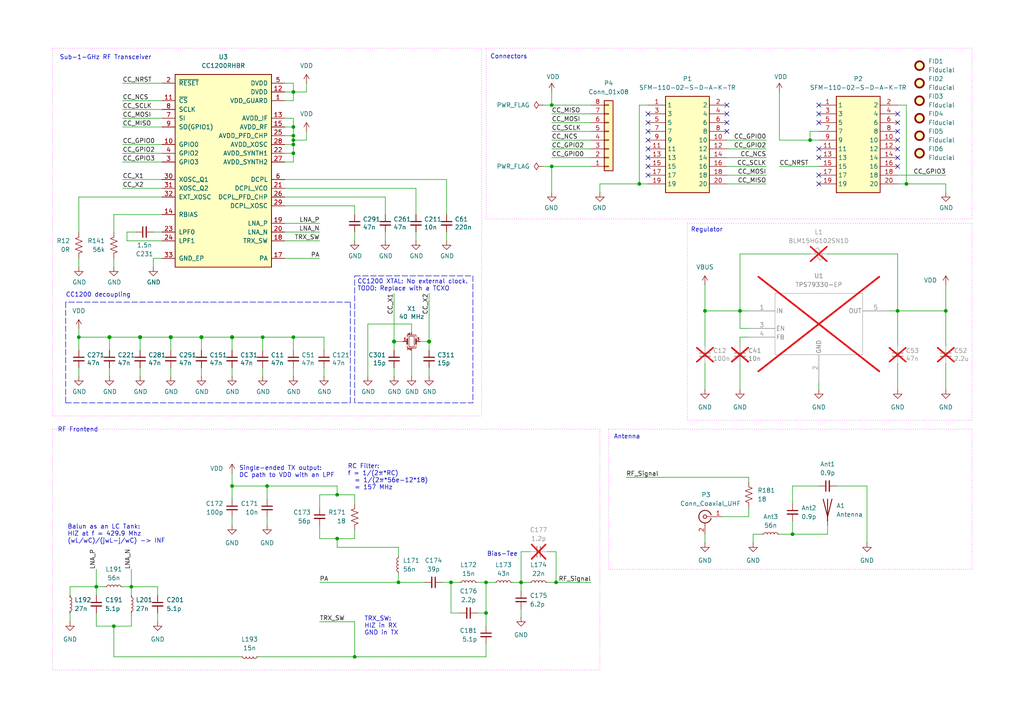
<source format=kicad_sch>
(kicad_sch (version 20250114) (generator "eeschema") (generator_version "9.0")
  (paper "A4")
  (rectangle (start 15.24 124.46) (end 173.99 194.31) (stroke (width 0) (type dot) (color 255 0 255 1)))
  (rectangle (start 176.53 124.46) (end 281.94 165.1) (stroke (width 0) (type dot) (color 255 0 255 1)))
  (rectangle (start 15.24 13.97) (end 139.7 120.65) (stroke (width 0) (type dot) (color 255 0 255 1)))
  (rectangle (start 140.97 13.97) (end 281.94 63.5) (stroke (width 0) (type dot) (color 255 0 255 1)))
  (rectangle (start 102.87 80.01) (end 137.16 116.84) (stroke (width 0) (type dash)))
  (text "Bias-Tee" (at 141.224 160.782 0) (effects (font (size 1.27 1.27)) (justify left)))
  (text "Balun as an LC Tank:\nHIZ at f = 429.9 Mhz\n(wL/wC)/(jwL-j/wC) -> INF" (at 19.558 154.94 0) (effects (font (size 1.27 1.27)) (justify left)))
  (text "RC Filter:\nf = 1/(2π*RC)\n  = 1/(2π*56e-12*18)\n  = 157 MHz" (at 100.838 134.62 0) (effects (font (size 1.27 1.27)) (justify left top)))
  (text "RF Frontend" (at 22.606 124.714 0) (effects (font (size 1.27 1.27))))
  (text "Connectors" (at 147.574 16.51 0) (effects (font (size 1.27 1.27))))
  (text "Sub-1-GHz RF Transceiver" (at 17.272 16.002 0) (effects (font (size 1.27 1.27)) (justify left top)))
  (text "CC1200 XTAL: No external clock.\nTODO: Replace with a TCXO\n" (at 103.632 81.026 0) (effects (font (size 1.27 1.27)) (justify left top)))
  (text "Single-ended TX output:\nDC path to VDD with an LPF" (at 69.342 136.906 0) (effects (font (size 1.27 1.27)) (justify left)))
  (text "CC1200 decoupling" (at 19.05 86.36 0) (effects (font (size 1.27 1.27)) (justify left bottom)))
  (text "TRX_SW:\nHIZ in RX\nGND in TX" (at 105.664 178.816 0) (effects (font (size 1.27 1.27)) (justify left top)))
  (text "Antenna" (at 181.864 126.746 0) (effects (font (size 1.27 1.27))))
  (text_box "Regulator" (at 199.39 64.77 0) (size 82.55 57.15) (margins 0.9525 0.9525 0.9525 0.9525) (stroke (width 0) (type dot) (color 255 0 255 1)) (effects (font (size 1.27 1.27)) (justify left top)))
  (junction (at 161.29 168.91))
  (junction (at 76.2 97.79))
  (junction (at 140.97 168.91))
  (junction (at 262.89 53.34))
  (junction (at 77.47 140.97))
  (junction (at 31.75 97.79) (diameter 1.016))
  (junction (at 22.86 97.79))
  (junction (at 160.02 48.26))
  (junction (at 115.57 168.91))
  (junction (at 124.46 99.06) (diameter 1.016))
  (junction (at 151.13 168.91))
  (junction (at 85.09 36.83))
  (junction (at 97.79 156.21))
  (junction (at 33.02 181.61))
  (junction (at 204.47 90.17))
  (junction (at 40.64 97.79) (diameter 1.016))
  (junction (at 97.79 143.51))
  (junction (at 85.09 26.67))
  (junction (at 67.31 97.79) (diameter 1.016))
  (junction (at 185.42 53.34))
  (junction (at 114.3 99.06) (diameter 1.016))
  (junction (at 85.09 40.64))
  (junction (at 49.53 97.79) (diameter 1.016))
  (junction (at 130.81 168.91))
  (junction (at 234.95 40.64))
  (junction (at 85.09 39.37))
  (junction (at 27.94 170.18))
  (junction (at 160.02 30.48))
  (junction (at 85.09 44.45))
  (junction (at 85.09 97.79))
  (junction (at 67.31 140.97))
  (junction (at 274.32 90.17))
  (junction (at 38.1 170.18))
  (junction (at 85.09 41.91))
  (junction (at 260.35 90.17))
  (junction (at 229.87 154.94))
  (junction (at 102.87 190.5))
  (junction (at 140.97 177.8))
  (junction (at 214.63 90.17))
  (junction (at 58.42 97.79) (diameter 1.016))
  (no_connect (at 237.49 45.72))
  (no_connect (at 187.96 38.1))
  (no_connect (at 187.96 50.8))
  (no_connect (at 260.35 40.64))
  (no_connect (at 237.49 50.8))
  (no_connect (at 237.49 43.18))
  (no_connect (at 237.49 33.02))
  (no_connect (at 210.82 35.56))
  (no_connect (at 237.49 30.48))
  (no_connect (at 187.96 45.72))
  (no_connect (at 210.82 30.48))
  (no_connect (at 260.35 35.56))
  (no_connect (at 210.82 33.02))
  (no_connect (at 187.96 40.64))
  (no_connect (at 187.96 43.18))
  (no_connect (at 260.35 38.1))
  (no_connect (at 260.35 33.02))
  (no_connect (at 260.35 45.72))
  (no_connect (at 260.35 43.18))
  (no_connect (at 187.96 35.56))
  (no_connect (at 260.35 48.26))
  (no_connect (at 187.96 33.02))
  (no_connect (at 237.49 53.34))
  (no_connect (at 237.49 35.56))
  (no_connect (at 210.82 38.1))
  (no_connect (at 187.96 48.26))
  (wire (pts (xy 222.25 43.18) (xy 210.82 43.18)))
  (wire (pts (xy 130.81 168.91) (xy 133.35 168.91)))
  (wire (pts (xy 114.3 101.6) (xy 114.3 99.06)))
  (wire (pts (xy 33.02 74.93) (xy 33.02 77.47)))
  (wire (pts (xy 218.44 154.94) (xy 220.98 154.94)))
  (wire (pts (xy 38.1 170.18) (xy 38.1 172.72)))
  (wire (pts (xy 260.35 105.41) (xy 260.35 113.03)))
  (wire (pts (xy 114.3 106.68) (xy 114.3 109.22)))
  (wire (pts (xy 45.72 177.8) (xy 45.72 180.34)))
  (wire (pts (xy 160.02 38.1) (xy 171.45 38.1)))
  (polyline (pts (xy 19.05 116.84) (xy 101.6 116.84)) (stroke (width 0) (type dash)))
  (wire (pts (xy 217.17 95.25) (xy 214.63 95.25)))
  (wire (pts (xy 237.49 140.97) (xy 229.87 140.97)))
  (wire (pts (xy 31.75 97.79) (xy 40.64 97.79)))
  (wire (pts (xy 74.93 190.5) (xy 102.87 190.5)))
  (wire (pts (xy 88.9 24.13) (xy 88.9 26.67)))
  (wire (pts (xy 161.29 160.02) (xy 161.29 168.91)))
  (wire (pts (xy 31.75 106.68) (xy 31.75 109.22)))
  (wire (pts (xy 114.3 99.06) (xy 116.84 99.06)))
  (wire (pts (xy 129.54 69.85) (xy 129.54 67.31)))
  (wire (pts (xy 45.72 172.72) (xy 45.72 170.18)))
  (wire (pts (xy 237.49 110.49) (xy 237.49 113.03)))
  (wire (pts (xy 44.45 77.47) (xy 44.45 74.93)))
  (wire (pts (xy 185.42 53.34) (xy 187.96 53.34)))
  (wire (pts (xy 85.09 40.64) (xy 85.09 41.91)))
  (wire (pts (xy 85.09 34.29) (xy 85.09 36.83)))
  (wire (pts (xy 229.87 151.13) (xy 229.87 154.94)))
  (wire (pts (xy 151.13 168.91) (xy 153.67 168.91)))
  (wire (pts (xy 171.45 45.72) (xy 160.02 45.72)))
  (wire (pts (xy 22.86 57.15) (xy 22.86 67.31)))
  (wire (pts (xy 262.89 30.48) (xy 262.89 53.34)))
  (wire (pts (xy 93.98 106.68) (xy 93.98 109.22)))
  (wire (pts (xy 214.63 73.66) (xy 234.95 73.66)))
  (wire (pts (xy 49.53 97.79) (xy 58.42 97.79)))
  (wire (pts (xy 82.55 46.99) (xy 85.09 46.99)))
  (wire (pts (xy 82.55 57.15) (xy 111.76 57.15)))
  (wire (pts (xy 274.32 105.41) (xy 274.32 113.03)))
  (wire (pts (xy 35.56 46.99) (xy 46.99 46.99)))
  (wire (pts (xy 20.32 172.72) (xy 20.32 170.18)))
  (wire (pts (xy 114.3 85.09) (xy 114.3 99.06)))
  (wire (pts (xy 185.42 30.48) (xy 185.42 53.34)))
  (wire (pts (xy 82.55 54.61) (xy 120.65 54.61)))
  (wire (pts (xy 33.02 181.61) (xy 38.1 181.61)))
  (wire (pts (xy 77.47 140.97) (xy 97.79 140.97)))
  (wire (pts (xy 119.38 96.52) (xy 119.38 93.98)))
  (wire (pts (xy 85.09 24.13) (xy 82.55 24.13)))
  (wire (pts (xy 85.09 41.91) (xy 85.09 44.45)))
  (wire (pts (xy 181.61 138.43) (xy 217.17 138.43)))
  (wire (pts (xy 22.86 57.15) (xy 46.99 57.15)))
  (wire (pts (xy 85.09 40.64) (xy 85.09 39.37)))
  (wire (pts (xy 173.99 55.88) (xy 173.99 53.34)))
  (wire (pts (xy 204.47 90.17) (xy 214.63 90.17)))
  (wire (pts (xy 229.87 140.97) (xy 229.87 146.05)))
  (wire (pts (xy 85.09 26.67) (xy 88.9 26.67)))
  (wire (pts (xy 274.32 50.8) (xy 260.35 50.8)))
  (wire (pts (xy 260.35 90.17) (xy 257.81 90.17)))
  (wire (pts (xy 46.99 29.21) (xy 35.56 29.21)))
  (polyline (pts (xy 101.6 87.63) (xy 19.05 87.63)) (stroke (width 0) (type dash)))
  (wire (pts (xy 77.47 140.97) (xy 67.31 140.97)))
  (wire (pts (xy 210.82 53.34) (xy 222.25 53.34)))
  (wire (pts (xy 158.75 160.02) (xy 161.29 160.02)))
  (wire (pts (xy 85.09 24.13) (xy 85.09 26.67)))
  (wire (pts (xy 33.02 67.31) (xy 33.02 62.23)))
  (wire (pts (xy 133.35 177.8) (xy 130.81 177.8)))
  (wire (pts (xy 40.64 106.68) (xy 40.64 109.22)))
  (wire (pts (xy 185.42 30.48) (xy 187.96 30.48)))
  (wire (pts (xy 153.67 160.02) (xy 151.13 160.02)))
  (wire (pts (xy 214.63 105.41) (xy 214.63 113.03)))
  (wire (pts (xy 262.89 53.34) (xy 260.35 53.34)))
  (wire (pts (xy 97.79 143.51) (xy 92.71 143.51)))
  (wire (pts (xy 124.46 99.06) (xy 124.46 101.6)))
  (wire (pts (xy 274.32 90.17) (xy 260.35 90.17)))
  (wire (pts (xy 35.56 34.29) (xy 46.99 34.29)))
  (wire (pts (xy 234.95 38.1) (xy 237.49 38.1)))
  (wire (pts (xy 115.57 166.37) (xy 115.57 168.91)))
  (wire (pts (xy 49.53 97.79) (xy 49.53 101.6)))
  (wire (pts (xy 226.06 48.26) (xy 237.49 48.26)))
  (wire (pts (xy 222.25 50.8) (xy 210.82 50.8)))
  (wire (pts (xy 22.86 95.25) (xy 22.86 97.79)))
  (wire (pts (xy 260.35 73.66) (xy 260.35 90.17)))
  (wire (pts (xy 260.35 90.17) (xy 260.35 100.33)))
  (wire (pts (xy 85.09 29.21) (xy 82.55 29.21)))
  (wire (pts (xy 44.45 74.93) (xy 46.99 74.93)))
  (wire (pts (xy 274.32 82.55) (xy 274.32 90.17)))
  (wire (pts (xy 102.87 143.51) (xy 102.87 146.05)))
  (wire (pts (xy 35.56 44.45) (xy 46.99 44.45)))
  (wire (pts (xy 82.55 36.83) (xy 85.09 36.83)))
  (wire (pts (xy 121.92 99.06) (xy 124.46 99.06)))
  (wire (pts (xy 229.87 154.94) (xy 226.06 154.94)))
  (wire (pts (xy 214.63 95.25) (xy 214.63 90.17)))
  (wire (pts (xy 106.68 93.98) (xy 106.68 109.22)))
  (wire (pts (xy 85.09 44.45) (xy 85.09 46.99)))
  (wire (pts (xy 85.09 106.68) (xy 85.09 109.22)))
  (wire (pts (xy 77.47 152.4) (xy 77.47 149.86)))
  (wire (pts (xy 85.09 97.79) (xy 85.09 101.6)))
  (wire (pts (xy 67.31 97.79) (xy 67.31 101.6)))
  (wire (pts (xy 58.42 97.79) (xy 58.42 101.6)))
  (wire (pts (xy 27.94 181.61) (xy 33.02 181.61)))
  (wire (pts (xy 240.03 154.94) (xy 229.87 154.94)))
  (wire (pts (xy 27.94 177.8) (xy 27.94 181.61)))
  (wire (pts (xy 262.89 53.34) (xy 274.32 53.34)))
  (wire (pts (xy 82.55 52.07) (xy 129.54 52.07)))
  (wire (pts (xy 140.97 190.5) (xy 140.97 186.69)))
  (wire (pts (xy 115.57 158.75) (xy 115.57 161.29)))
  (wire (pts (xy 44.45 67.31) (xy 46.99 67.31)))
  (wire (pts (xy 217.17 97.79) (xy 214.63 97.79)))
  (wire (pts (xy 38.1 177.8) (xy 38.1 181.61)))
  (wire (pts (xy 46.99 36.83) (xy 35.56 36.83)))
  (polyline (pts (xy 101.6 116.84) (xy 101.6 87.63)) (stroke (width 0) (type dash)))
  (wire (pts (xy 85.09 36.83) (xy 85.09 39.37)))
  (wire (pts (xy 76.2 97.79) (xy 76.2 101.6)))
  (wire (pts (xy 33.02 190.5) (xy 33.02 181.61)))
  (wire (pts (xy 204.47 82.55) (xy 204.47 90.17)))
  (wire (pts (xy 161.29 168.91) (xy 171.45 168.91)))
  (wire (pts (xy 237.49 40.64) (xy 234.95 40.64)))
  (wire (pts (xy 226.06 26.67) (xy 226.06 40.64)))
  (wire (pts (xy 158.75 168.91) (xy 161.29 168.91)))
  (wire (pts (xy 102.87 180.34) (xy 102.87 190.5)))
  (wire (pts (xy 46.99 69.85) (xy 36.83 69.85)))
  (wire (pts (xy 67.31 106.68) (xy 67.31 109.22)))
  (wire (pts (xy 35.56 31.75) (xy 46.99 31.75)))
  (wire (pts (xy 92.71 156.21) (xy 97.79 156.21)))
  (wire (pts (xy 140.97 168.91) (xy 138.43 168.91)))
  (wire (pts (xy 124.46 106.68) (xy 124.46 109.22)))
  (wire (pts (xy 35.56 24.13) (xy 46.99 24.13)))
  (wire (pts (xy 27.94 172.72) (xy 27.94 170.18)))
  (wire (pts (xy 35.56 170.18) (xy 38.1 170.18)))
  (wire (pts (xy 210.82 45.72) (xy 222.25 45.72)))
  (wire (pts (xy 251.46 140.97) (xy 242.57 140.97)))
  (wire (pts (xy 128.27 168.91) (xy 130.81 168.91)))
  (wire (pts (xy 88.9 40.64) (xy 88.9 38.1)))
  (wire (pts (xy 240.03 154.94) (xy 240.03 152.4)))
  (wire (pts (xy 40.64 97.79) (xy 49.53 97.79)))
  (wire (pts (xy 85.09 97.79) (xy 76.2 97.79)))
  (wire (pts (xy 151.13 168.91) (xy 151.13 171.45)))
  (wire (pts (xy 151.13 176.53) (xy 151.13 179.07)))
  (wire (pts (xy 102.87 143.51) (xy 97.79 143.51)))
  (wire (pts (xy 92.71 74.93) (xy 82.55 74.93)))
  (wire (pts (xy 217.17 90.17) (xy 214.63 90.17)))
  (wire (pts (xy 160.02 35.56) (xy 171.45 35.56)))
  (wire (pts (xy 274.32 55.88) (xy 274.32 53.34)))
  (wire (pts (xy 97.79 158.75) (xy 115.57 158.75)))
  (wire (pts (xy 157.48 30.48) (xy 160.02 30.48)))
  (wire (pts (xy 22.86 74.93) (xy 22.86 77.47)))
  (wire (pts (xy 148.59 168.91) (xy 151.13 168.91)))
  (wire (pts (xy 217.17 149.86) (xy 209.55 149.86)))
  (wire (pts (xy 93.98 97.79) (xy 85.09 97.79)))
  (wire (pts (xy 160.02 55.88) (xy 160.02 48.26)))
  (wire (pts (xy 119.38 93.98) (xy 106.68 93.98)))
  (wire (pts (xy 157.48 48.26) (xy 160.02 48.26)))
  (wire (pts (xy 251.46 157.48) (xy 251.46 140.97)))
  (wire (pts (xy 92.71 168.91) (xy 115.57 168.91)))
  (wire (pts (xy 262.89 30.48) (xy 260.35 30.48)))
  (wire (pts (xy 111.76 57.15) (xy 111.76 62.23)))
  (wire (pts (xy 92.71 180.34) (xy 102.87 180.34)))
  (wire (pts (xy 35.56 54.61) (xy 46.99 54.61)))
  (wire (pts (xy 38.1 165.1) (xy 38.1 170.18)))
  (wire (pts (xy 33.02 62.23) (xy 46.99 62.23)))
  (wire (pts (xy 218.44 157.48) (xy 218.44 154.94)))
  (wire (pts (xy 35.56 52.07) (xy 46.99 52.07)))
  (wire (pts (xy 124.46 85.09) (xy 124.46 99.06)))
  (wire (pts (xy 102.87 67.31) (xy 102.87 69.85)))
  (wire (pts (xy 160.02 43.18) (xy 171.45 43.18)))
  (wire (pts (xy 97.79 156.21) (xy 102.87 156.21)))
  (wire (pts (xy 20.32 177.8) (xy 20.32 180.34)))
  (wire (pts (xy 67.31 152.4) (xy 67.31 149.86)))
  (wire (pts (xy 120.65 62.23) (xy 120.65 54.61)))
  (wire (pts (xy 214.63 90.17) (xy 214.63 73.66)))
  (wire (pts (xy 102.87 59.69) (xy 102.87 62.23)))
  (wire (pts (xy 217.17 138.43) (xy 217.17 139.7)))
  (wire (pts (xy 82.55 67.31) (xy 92.71 67.31)))
  (wire (pts (xy 171.45 33.02) (xy 160.02 33.02)))
  (wire (pts (xy 119.38 101.6) (xy 119.38 109.22)))
  (wire (pts (xy 97.79 140.97) (xy 97.79 143.51)))
  (wire (pts (xy 67.31 140.97) (xy 67.31 144.78)))
  (wire (pts (xy 67.31 137.16) (xy 67.31 140.97)))
  (wire (pts (xy 36.83 69.85) (xy 36.83 67.31)))
  (wire (pts (xy 222.25 48.26) (xy 210.82 48.26)))
  (wire (pts (xy 204.47 105.41) (xy 204.47 113.03)))
  (wire (pts (xy 82.55 59.69) (xy 102.87 59.69)))
  (wire (pts (xy 138.43 177.8) (xy 140.97 177.8)))
  (wire (pts (xy 120.65 69.85) (xy 120.65 67.31)))
  (wire (pts (xy 226.06 40.64) (xy 234.95 40.64)))
  (wire (pts (xy 49.53 106.68) (xy 49.53 109.22)))
  (wire (pts (xy 93.98 101.6) (xy 93.98 97.79)))
  (wire (pts (xy 129.54 52.07) (xy 129.54 62.23)))
  (wire (pts (xy 143.51 168.91) (xy 140.97 168.91)))
  (wire (pts (xy 204.47 100.33) (xy 204.47 90.17)))
  (wire (pts (xy 217.17 147.32) (xy 217.17 149.86)))
  (wire (pts (xy 102.87 190.5) (xy 140.97 190.5)))
  (wire (pts (xy 111.76 67.31) (xy 111.76 69.85)))
  (wire (pts (xy 92.71 143.51) (xy 92.71 147.32)))
  (wire (pts (xy 210.82 40.64) (xy 222.25 40.64)))
  (wire (pts (xy 85.09 26.67) (xy 85.09 29.21)))
  (wire (pts (xy 22.86 97.79) (xy 31.75 97.79)))
  (wire (pts (xy 92.71 152.4) (xy 92.71 156.21)))
  (wire (pts (xy 69.85 190.5) (xy 33.02 190.5)))
  (wire (pts (xy 38.1 170.18) (xy 45.72 170.18)))
  (wire (pts (xy 82.55 64.77) (xy 92.71 64.77)))
  (wire (pts (xy 115.57 168.91) (xy 123.19 168.91)))
  (wire (pts (xy 20.32 170.18) (xy 27.94 170.18)))
  (wire (pts (xy 85.09 26.67) (xy 82.55 26.67)))
  (wire (pts (xy 140.97 177.8) (xy 140.97 181.61)))
  (wire (pts (xy 22.86 101.6) (xy 22.86 97.79)))
  (wire (pts (xy 234.95 38.1) (xy 234.95 40.64)))
  (wire (pts (xy 22.86 106.68) (xy 22.86 109.22)))
  (wire (pts (xy 160.02 26.67) (xy 160.02 30.48)))
  (wire (pts (xy 58.42 97.79) (xy 67.31 97.79)))
  (wire (pts (xy 130.81 177.8) (xy 130.81 168.91)))
  (wire (pts (xy 240.03 73.66) (xy 260.35 73.66)))
  (wire (pts (xy 97.79 158.75) (xy 97.79 156.21)))
  (wire (pts (xy 185.42 53.34) (xy 173.99 53.34)))
  (wire (pts (xy 102.87 153.67) (xy 102.87 156.21)))
  (wire (pts (xy 274.32 100.33) (xy 274.32 90.17)))
  (wire (pts (xy 58.42 106.68) (xy 58.42 109.22)))
  (wire (pts (xy 160.02 30.48) (xy 171.45 30.48)))
  (wire (pts (xy 77.47 144.78) (xy 77.47 140.97)))
  (wire (pts (xy 31.75 97.79) (xy 31.75 101.6)))
  (wire (pts (xy 85.09 40.64) (xy 88.9 40.64)))
  (wire (pts (xy 40.64 97.79) (xy 40.64 101.6)))
  (wire (pts (xy 214.63 97.79) (xy 214.63 100.33)))
  (wire (pts (xy 140.97 168.91) (xy 140.97 177.8)))
  (wire (pts (xy 82.55 34.29) (xy 85.09 34.29)))
  (wire (pts (xy 82.55 69.85) (xy 92.71 69.85)))
  (wire (pts (xy 27.94 170.18) (xy 30.48 170.18)))
  (wire (pts (xy 67.31 97.79) (xy 76.2 97.79)))
  (wire (pts (xy 46.99 41.91) (xy 35.56 41.91)))
  (wire (pts (xy 171.45 40.64) (xy 160.02 40.64)))
  (wire (pts (xy 204.47 154.94) (xy 204.47 157.48)))
  (wire (pts (xy 160.02 48.26) (xy 171.45 48.26)))
  (wire (pts (xy 76.2 106.68) (xy 76.2 109.22)))
  (polyline (pts (xy 19.05 87.63) (xy 19.05 116.84)) (stroke (width 0) (type dash)))
  (wire (pts (xy 82.55 41.91) (xy 85.09 41.91)))
  (wire (pts (xy 82.55 44.45) (xy 85.09 44.45)))
  (wire (pts (xy 82.55 39.37) (xy 85.09 39.37)))
  (wire (pts (xy 27.94 165.1) (xy 27.94 170.18)))
  (wire (pts (xy 36.83 67.31) (xy 39.37 67.31)))
  (wire (pts (xy 151.13 160.02) (xy 151.13 168.91)))
  (label "CC_MOSI" (at 160.02 35.56 0))
  (label "TRX_SW" (at 92.71 69.85 180))
  (label "CC_X1" (at 35.56 52.07 0))
  (label "LNA_P" (at 92.71 64.77 180))
  (label "PA" (at 92.71 168.91 0))
  (label "CC_NCS" (at 160.02 40.64 0))
  (label "RF_Signal" (at 181.61 138.43 0))
  (label "CC_MOSI" (at 222.25 50.8 180))
  (label "CC_SCLK" (at 35.56 31.75 0))
  (label "CC_MISO" (at 35.56 36.83 0))
  (label "CC_GPIO2" (at 222.25 43.18 180))
  (label "CC_GPIO0" (at 222.25 40.64 180))
  (label "CC_GPIO2" (at 160.02 43.18 0))
  (label "CC_X1" (at 114.3 85.09 270))
  (label "CC_SCLK" (at 222.25 48.26 180))
  (label "CC_GPIO3" (at 274.32 50.8 180))
  (label "CC_NRST" (at 35.56 24.13 0))
  (label "LNA_N" (at 38.1 165.1 90))
  (label "CC_NCS" (at 222.25 45.72 180))
  (label "LNA_N" (at 92.71 67.31 180))
  (label "CC_SCLK" (at 160.02 38.1 0))
  (label "CC_NRST" (at 226.06 48.26 0))
  (label "CC_GPIO0" (at 160.02 45.72 0))
  (label "CC_GPIO3" (at 35.56 46.99 0))
  (label "LNA_P" (at 27.94 165.1 90))
  (label "CC_MOSI" (at 35.56 34.29 0))
  (label "PA" (at 92.71 74.93 180))
  (label "CC_X2" (at 35.56 54.61 0))
  (label "CC_MISO" (at 222.25 53.34 180))
  (label "CC_GPIO2" (at 35.56 44.45 0))
  (label "CC_NCS" (at 35.56 29.21 0))
  (label "RF_Signal" (at 171.45 168.91 180))
  (label "TRX_SW" (at 92.71 180.34 0))
  (label "CC_X2" (at 124.46 85.09 270))
  (label "CC_GPIO0" (at 35.56 41.91 0))
  (label "CC_MISO" (at 160.02 33.02 0))
  (symbol (lib_name "GND_11") (lib_id "power:GND") (at 58.42 109.22 0) (unit 1)
    (property "Reference" "#PWR016" (effects (hide yes)))
    (property "Value" "GND" (at 58.547 113.6142 0))
    (property "Description" "Power symbol creates a global label with name \"GND\" , ground" (effects (hide yes)))
  )
  (symbol (lib_id "Device:C_Small") (at 125.73 168.91 270) (unit 1)
    (property "Reference" "C174" (at 125.7236 162.56 90))
    (property "Value" "39p" (at 125.7236 165.1 90))
    (property "Footprint" "Capacitor_SMD:C_0402_1005Metric" (effects (hide yes)))
    (property "Description" "Unpolarized capacitor, small symbol" (effects (hide yes)))
  )
  (symbol (lib_name "GND_2") (lib_id "power:GND") (at 124.46 109.22 0) (unit 1)
    (property "Reference" "#PWR04" (effects (hide yes)))
    (property "Value" "GND" (at 124.587 113.6142 0))
    (property "Description" "Power symbol creates a global label with name \"GND\" , ground" (effects (hide yes)))
  )
  (symbol (lib_id "Device:L_Small") (at 146.05 168.91 90) (unit 1)
    (property "Reference" "L173" (at 146.05 163.83 90))
    (property "Value" "43n" (at 146.05 166.37 90))
    (property "Footprint" "Inductor_SMD:L_0402_1005Metric" (effects (hide yes)))
  )
  (symbol (lib_id "Device:L_Small") (at 20.32 175.26 0) (unit 1)
    (property "Reference" "L192" (at 21.59 173.9899 0) (effects (justify left)))
    (property "Value" "27n" (at 21.59 176.5299 0) (effects (justify left)))
    (property "Footprint" "Inductor_SMD:L_0402_1005Metric" (effects (hide yes)))
  )
  (symbol (lib_id "Device:C_Small") (at 156.21 160.02 90) (unit 1) (dnp yes)
    (property "Reference" "C177" (at 156.2163 153.67 90))
    (property "Value" "1.2p" (at 156.2163 156.21 90))
    (property "Footprint" "Capacitor_SMD:C_0402_1005Metric" (effects (hide yes)))
    (property "Description" "Unpolarized capacitor, small symbol" (effects (hide yes)))
  )
  (symbol (lib_id "Mechanical:Fiducial") (at 266.7 29.21 0) (unit 1) (exclude_from_sim yes) (in_bom no)
    (property "Reference" "FID3" (at 269.24 27.9399 0) (effects (justify left)))
    (property "Value" "Fiducial" (at 269.24 30.4799 0) (effects (justify left)))
    (property "Footprint" "Fiducial:Fiducial_1.5mm_Mask3mm" (effects (hide yes)))
    (property "Description" "Fiducial Marker" (effects (hide yes)))
  )
  (symbol (lib_name "GND_4") (lib_id "power:GND") (at 151.13 179.07 0) (unit 1)
    (property "Reference" "#PWR027" (effects (hide yes)))
    (property "Value" "GND" (at 151.13 184.15 0))
    (property "Description" "Power symbol creates a global label with name \"GND\" , ground" (effects (hide yes)))
  )
  (symbol (lib_id "Device:Crystal_GND24_Small") (at 119.38 99.06 0) (unit 1)
    (property "Reference" "X1" (at 119.38 89.535 0))
    (property "Value" "40 MHz" (at 119.38 91.8464 0))
    (property "Footprint" "Crystal:Crystal_SMD_3225-4Pin_3.2x2.5mm" (effects (hide yes)))
  )
  (symbol (lib_id "Mechanical:Fiducial") (at 266.7 34.29 0) (unit 1) (exclude_from_sim yes) (in_bom no)
    (property "Reference" "FID4" (at 269.24 33.0199 0) (effects (justify left)))
    (property "Value" "Fiducial" (at 269.24 35.5599 0) (effects (justify left)))
    (property "Footprint" "Fiducial:Fiducial_1.5mm_Mask3mm" (effects (hide yes)))
    (property "Description" "Fiducial Marker" (effects (hide yes)))
  )
  (symbol (lib_name "GND_8") (lib_id "power:GND") (at 22.86 109.22 0) (unit 1)
    (property "Reference" "#PWR010" (effects (hide yes)))
    (property "Value" "GND" (at 22.987 113.6142 0))
    (property "Description" "Power symbol creates a global label with name \"GND\" , ground" (effects (hide yes)))
  )
  (symbol (lib_id "power:VCC") (at 160.02 26.67 0) (unit 1)
    (property "Reference" "#PWR032" (effects (hide yes)))
    (property "Value" "VDD" (at 160.401 22.2758 0))
    (property "Description" "Power symbol creates a global label with name \"VCC\"" (effects (hide yes)))
  )
  (symbol (lib_id "CC1200EMK-420-470:SFM-110-02-S-D-A-K-TR") (at 237.49 53.34 0) (mirror x) (unit 1)
    (property "Reference" "P2" (at 248.92 22.86 0))
    (property "Value" "SFM-110-02-S-D-A-K-TR" (at 248.92 25.4 0))
    (property "Footprint" "CC1200EMK-420-470:SFM-110-YY-XXX-D-A-K-TR" (effects (hide yes)))
    (property "Datasheet" "http://suddendocs.samtec.com/prints/sfm-1xx-xx-xxx-d-xxx-mkt.pdf" (effects (hide yes)))
    (property "Description" "20 Position, Dual-Row, High Reliability Socket Strips, 0.050&quot; pitch, Surface Mount" (effects (hide yes)))
    (property "Mouser Part Number" "200-SFM11002SDAKTR" (effects (hide yes)))
    (property "Mouser Price/Stock" "https://www.mouser.co.uk/ProductDetail/Samtec/SFM-110-02-S-D-A-K-TR?qs=rU5fayqh%252BE23LVVJAJdvWw%3D%3D" (effects (hide yes)))
    (property "Manufacturer_Name" "SAMTEC" (effects (hide yes)))
    (property "Manufacturer_Part_Number" "SFM-110-02-S-D-A-K-TR" (effects (hide yes)))
  )
  (symbol (lib_id "Mechanical:Fiducial") (at 266.7 39.37 0) (unit 1) (exclude_from_sim yes) (in_bom no)
    (property "Reference" "FID5" (at 269.24 38.0999 0) (effects (justify left)))
    (property "Value" "Fiducial" (at 269.24 40.6399 0) (effects (justify left)))
    (property "Footprint" "Fiducial:Fiducial_1.5mm_Mask3mm" (effects (hide yes)))
    (property "Description" "Fiducial Marker" (effects (hide yes)))
  )
  (symbol (lib_id "Device:C_Small") (at 204.47 102.87 0) (unit 1) (dnp yes)
    (property "Reference" "C12" (at 206.8068 101.7016 0) (effects (justify left)))
    (property "Value" "100n" (at 206.8068 104.013 0) (effects (justify left)))
    (property "Footprint" "Capacitor_SMD:C_0402_1005Metric" (effects (hide yes)))
    (property "Description" "Unpolarized capacitor, small symbol" (effects (hide yes)))
  )
  (symbol (lib_name "GND_14") (lib_id "power:GND") (at 40.64 109.22 0) (unit 1)
    (property "Reference" "#PWR014" (effects (hide yes)))
    (property "Value" "GND" (at 40.767 113.6142 0))
    (property "Description" "Power symbol creates a global label with name \"GND\" , ground" (effects (hide yes)))
  )
  (symbol (lib_id "Mechanical:Fiducial") (at 266.7 44.45 0) (unit 1) (exclude_from_sim yes) (in_bom no)
    (property "Reference" "FID6" (at 269.24 43.1799 0) (effects (justify left)))
    (property "Value" "Fiducial" (at 269.24 45.7199 0) (effects (justify left)))
    (property "Footprint" "Fiducial:Fiducial_1.5mm_Mask3mm" (effects (hide yes)))
    (property "Description" "Fiducial Marker" (effects (hide yes)))
  )
  (symbol (lib_id "Mechanical:Fiducial") (at 266.7 19.05 0) (unit 1) (exclude_from_sim yes) (in_bom no)
    (property "Reference" "FID1" (at 269.24 17.7799 0) (effects (justify left)))
    (property "Value" "Fiducial" (at 269.24 20.3199 0) (effects (justify left)))
    (property "Footprint" "Fiducial:Fiducial_1.5mm_Mask3mm" (effects (hide yes)))
    (property "Description" "Fiducial Marker" (effects (hide yes)))
  )
  (symbol (lib_name "GND_16") (lib_id "power:GND") (at 33.02 77.47 0) (unit 1)
    (property "Reference" "#PWR06" (effects (hide yes)))
    (property "Value" "GND" (at 33.147 81.8642 0))
    (property "Description" "Power symbol creates a global label with name \"GND\" , ground" (effects (hide yes)))
  )
  (symbol (lib_id "Device:C_Small") (at 260.35 102.87 0) (unit 1) (dnp yes)
    (property "Reference" "C53" (at 262.6868 101.7016 0) (effects (justify left)))
    (property "Value" "47n" (at 262.6868 104.013 0) (effects (justify left)))
    (property "Footprint" "Capacitor_SMD:C_0402_1005Metric" (effects (hide yes)))
    (property "Description" "Unpolarized capacitor, small symbol" (effects (hide yes)))
  )
  (symbol (lib_id "Device:C_Small") (at 41.91 67.31 90) (unit 1)
    (property "Reference" "C231" (at 41.9163 73.66 90))
    (property "Value" "1.5n" (at 41.9163 71.12 90))
    (property "Footprint" "Capacitor_SMD:C_0402_1005Metric" (effects (hide yes)))
    (property "Description" "Unpolarized capacitor, small symbol" (effects (hide yes)))
  )
  (symbol (lib_name "GND_2") (lib_id "power:GND") (at 237.49 113.03 0) (unit 1)
    (property "Reference" "#PWR039" (effects (hide yes)))
    (property "Value" "GND" (at 237.49 118.11 0))
    (property "Description" "Power symbol creates a global label with name \"GND\" , ground" (effects (hide yes)))
  )
  (symbol (lib_name "GND_2") (lib_id "power:GND") (at 204.47 113.03 0) (unit 1)
    (property "Reference" "#PWR041" (effects (hide yes)))
    (property "Value" "GND" (at 204.47 118.11 0))
    (property "Description" "Power symbol creates a global label with name \"GND\" , ground" (effects (hide yes)))
  )
  (symbol (lib_id "Device:L_Small") (at 115.57 163.83 0) (mirror y) (unit 1)
    (property "Reference" "L171" (at 116.84 162.5599 0) (effects (justify right)))
    (property "Value" "56n" (at 116.84 165.0999 0) (effects (justify right)))
    (property "Footprint" "Inductor_SMD:L_0402_1005Metric" (effects (hide yes)))
  )
  (symbol (lib_id "power:VCC") (at 274.32 82.55 0) (mirror y) (unit 1)
    (property "Reference" "#PWR038" (effects (hide yes)))
    (property "Value" "VDD" (at 271.78 81.2799 0) (effects (justify left)))
    (property "Description" "Power symbol creates a global label with name \"VCC\"" (effects (hide yes)))
  )
  (symbol (lib_id "Device:FerriteBead_Small") (at 237.49 73.66 90) (mirror x) (unit 1) (dnp yes)
    (property "Reference" "L1" (at 237.4519 67.31 90))
    (property "Value" "BLM15HG102SN1D" (at 237.4519 69.85 90))
    (property "Footprint" "Inductor_SMD:L_0402_1005Metric" (effects (hide yes)))
    (property "Description" "Ferrite bead, small symbol" (effects (hide yes)))
  )
  (symbol (lib_id "power:VCC") (at 67.31 137.16 0) (mirror y) (unit 1)
    (property "Reference" "#PWR028" (effects (hide yes)))
    (property "Value" "VDD" (at 64.77 135.8899 0) (effects (justify left)))
    (property "Description" "Power symbol creates a global label with name \"VCC\"" (effects (hide yes)))
  )
  (symbol (lib_id "Device:C_Small") (at 92.71 149.86 0) (mirror y) (unit 1)
    (property "Reference" "C173" (at 90.17 148.5962 0) (effects (justify left)))
    (property "Value" "56p" (at 90.17 151.1362 0) (effects (justify left)))
    (property "Footprint" "Capacitor_SMD:C_0402_1005Metric" (effects (hide yes)))
    (property "Description" "Unpolarized capacitor, small symbol" (effects (hide yes)))
  )
  (symbol (lib_id "power:GND") (at 204.47 157.48 0) (unit 1)
    (property "Reference" "#PWR030" (effects (hide yes)))
    (property "Value" "GND" (at 204.47 162.56 0))
    (property "Description" "Power symbol creates a global label with name \"GND\" , ground" (effects (hide yes)))
  )
  (symbol (lib_id "Device:C_Small") (at 214.63 102.87 0) (unit 1) (dnp yes)
    (property "Reference" "C41" (at 216.9668 101.7016 0) (effects (justify left)))
    (property "Value" "10n" (at 216.9668 104.013 0) (effects (justify left)))
    (property "Footprint" "Capacitor_SMD:C_0402_1005Metric" (effects (hide yes)))
    (property "Description" "Unpolarized capacitor, small symbol" (effects (hide yes)))
  )
  (symbol (lib_name "GND_1") (lib_id "power:GND") (at 45.72 180.34 0) (unit 1)
    (property "Reference" "#PWR025" (effects (hide yes)))
    (property "Value" "GND" (at 45.72 185.42 0))
    (property "Description" "Power symbol creates a global label with name \"GND\" , ground" (effects (hide yes)))
  )
  (symbol (lib_id "Device:Antenna") (at 240.03 147.32 0) (unit 1) (in_bom no) (on_board no)
    (property "Reference" "A1" (at 242.57 146.6849 0) (effects (justify left)))
    (property "Value" "Antenna" (at 242.57 149.2249 0) (effects (justify left)))
    (property "Description" "Antenna" (effects (hide yes)))
  )
  (symbol (lib_name "GND_2") (lib_id "power:GND") (at 274.32 113.03 0) (unit 1)
    (property "Reference" "#PWR043" (effects (hide yes)))
    (property "Value" "GND" (at 274.32 118.11 0))
    (property "Description" "Power symbol creates a global label with name \"GND\" , ground" (effects (hide yes)))
  )
  (symbol (lib_name "GND_6") (lib_id "power:GND") (at 120.65 69.85 0) (unit 1)
    (property "Reference" "#PWR011" (effects (hide yes)))
    (property "Value" "GND" (at 120.777 74.2442 0))
    (property "Description" "Power symbol creates a global label with name \"GND\" , ground" (effects (hide yes)))
  )
  (symbol (lib_name "GND_13") (lib_id "power:GND") (at 31.75 109.22 0) (unit 1)
    (property "Reference" "#PWR012" (effects (hide yes)))
    (property "Value" "GND" (at 31.877 113.6142 0))
    (property "Description" "Power symbol creates a global label with name \"GND\" , ground" (effects (hide yes)))
  )
  (symbol (lib_id "power:PWR_FLAG") (at 157.48 30.48 90) (unit 1)
    (property "Reference" "#FLG01" (effects (hide yes)))
    (property "Value" "PWR_FLAG" (at 153.67 30.4799 90) (effects (justify left)))
    (property "Description" "Special symbol for telling ERC where power comes from" (effects (hide yes)))
  )
  (symbol (lib_id "Device:C_Small") (at 45.72 175.26 0) (unit 1)
    (property "Reference" "C201" (at 48.26 173.9962 0) (effects (justify left)))
    (property "Value" "5.1p" (at 48.26 176.5362 0) (effects (justify left)))
    (property "Footprint" "Capacitor_SMD:C_0402_1005Metric" (effects (hide yes)))
    (property "Description" "Unpolarized capacitor, small symbol" (effects (hide yes)))
  )
  (symbol (lib_id "Device:R_US") (at 22.86 71.12 0) (mirror x) (unit 1)
    (property "Reference" "R12" (at 20.32 69.8499 0) (effects (justify right)))
    (property "Value" "0R" (at 20.32 72.3899 0) (effects (justify right)))
    (property "Footprint" "Resistor_SMD:R_0402_1005Metric" (effects (hide yes)))
    (property "Description" "Resistor, US symbol" (effects (hide yes)))
  )
  (symbol (lib_name "GND_2") (lib_id "power:GND") (at 251.46 157.48 0) (unit 1)
    (property "Reference" "#PWR037" (effects (hide yes)))
    (property "Value" "GND" (at 251.46 162.56 0))
    (property "Description" "Power symbol creates a global label with name \"GND\" , ground" (effects (hide yes)))
  )
  (symbol (lib_id "Device:C_Small") (at 31.75 104.14 0) (unit 1)
    (property "Reference" "C221" (at 34.0868 102.9716 0) (effects (justify left)))
    (property "Value" "47n" (at 34.0868 105.283 0) (effects (justify left)))
    (property "Footprint" "Capacitor_SMD:C_0402_1005Metric" (effects (hide yes)))
    (property "Description" "Unpolarized capacitor, small symbol" (effects (hide yes)))
  )
  (symbol (lib_id "Device:C_Small") (at 40.64 104.14 0) (unit 1)
    (property "Reference" "C281" (at 42.9768 102.9716 0) (effects (justify left)))
    (property "Value" "47n" (at 42.9768 105.283 0) (effects (justify left)))
    (property "Footprint" "Capacitor_SMD:C_0402_1005Metric" (effects (hide yes)))
    (property "Description" "Unpolarized capacitor, small symbol" (effects (hide yes)))
  )
  (symbol (lib_name "GND_7") (lib_id "power:GND") (at 85.09 109.22 0) (unit 1)
    (property "Reference" "#PWR019" (effects (hide yes)))
    (property "Value" "GND" (at 85.217 113.6142 0))
    (property "Description" "Power symbol creates a global label with name \"GND\" , ground" (effects (hide yes)))
  )
  (symbol (lib_id "Device:C_Small") (at 49.53 104.14 0) (unit 1)
    (property "Reference" "C251" (at 51.8668 102.9716 0) (effects (justify left)))
    (property "Value" "47n" (at 51.8668 105.283 0) (effects (justify left)))
    (property "Footprint" "Capacitor_SMD:C_0402_1005Metric" (effects (hide yes)))
    (property "Description" "Unpolarized capacitor, small symbol" (effects (hide yes)))
  )
  (symbol (lib_id "Mechanical:Fiducial") (at 266.7 24.13 0) (unit 1) (exclude_from_sim yes) (in_bom no)
    (property "Reference" "FID2" (at 269.24 22.8599 0) (effects (justify left)))
    (property "Value" "Fiducial" (at 269.24 25.3999 0) (effects (justify left)))
    (property "Footprint" "Fiducial:Fiducial_1.5mm_Mask3mm" (effects (hide yes)))
    (property "Description" "Fiducial Marker" (effects (hide yes)))
  )
  (symbol (lib_name "GND_2") (lib_id "power:GND") (at 214.63 113.03 0) (unit 1)
    (property "Reference" "#PWR040" (effects (hide yes)))
    (property "Value" "GND" (at 214.63 118.11 0))
    (property "Description" "Power symbol creates a global label with name \"GND\" , ground" (effects (hide yes)))
  )
  (symbol (lib_name "GND_3") (lib_id "power:GND") (at 20.32 180.34 0) (unit 1)
    (property "Reference" "#PWR024" (effects (hide yes)))
    (property "Value" "GND" (at 20.32 185.42 0))
    (property "Description" "Power symbol creates a global label with name \"GND\" , ground" (effects (hide yes)))
  )
  (symbol (lib_id "Device:R_US") (at 102.87 149.86 0) (mirror y) (unit 1)
    (property "Reference" "R171" (at 100.33 148.5899 0) (effects (justify left)))
    (property "Value" "18" (at 100.33 151.1299 0) (effects (justify left)))
    (property "Footprint" "Resistor_SMD:R_0402_1005Metric" (effects (hide yes)))
    (property "Description" "Resistor, US symbol" (effects (hide yes)))
  )
  (symbol (lib_id "Device:R_US") (at 33.02 71.12 0) (mirror y) (unit 1)
    (property "Reference" "R141" (at 30.48 69.8499 0) (effects (justify left)))
    (property "Value" "56k" (at 30.48 72.3899 0) (effects (justify left)))
    (property "Footprint" "Resistor_SMD:R_0402_1005Metric" (effects (hide yes)))
    (property "Description" "Resistor, US symbol" (effects (hide yes)))
  )
  (symbol (lib_id "Device:C_Small") (at 58.42 104.14 0) (unit 1)
    (property "Reference" "C151" (at 60.7568 102.9716 0) (effects (justify left)))
    (property "Value" "47n" (at 60.7568 105.283 0) (effects (justify left)))
    (property "Footprint" "Capacitor_SMD:C_0402_1005Metric" (effects (hide yes)))
    (property "Description" "Unpolarized capacitor, small symbol" (effects (hide yes)))
  )
  (symbol (lib_name "GND_15") (lib_id "power:GND") (at 76.2 109.22 0) (unit 1)
    (property "Reference" "#PWR018" (effects (hide yes)))
    (property "Value" "GND" (at 76.327 113.6142 0))
    (property "Description" "Power symbol creates a global label with name \"GND\" , ground" (effects (hide yes)))
  )
  (symbol (lib_id "Device:C_Small") (at 77.47 147.32 0) (mirror y) (unit 1)
    (property "Reference" "C171" (at 74.93 146.0562 0) (effects (justify left)))
    (property "Value" "10n" (at 74.93 148.5962 0) (effects (justify left)))
    (property "Footprint" "Capacitor_SMD:C_0402_1005Metric" (effects (hide yes)))
    (property "Description" "Unpolarized capacitor, small symbol" (effects (hide yes)))
  )
  (symbol (lib_name "GND_17") (lib_id "power:GND") (at 22.86 77.47 0) (unit 1)
    (property "Reference" "#PWR05" (effects (hide yes)))
    (property "Value" "GND" (at 22.987 81.8642 0))
    (property "Description" "Power symbol creates a global label with name \"GND\" , ground" (effects (hide yes)))
  )
  (symbol (lib_id "Device:C_Small") (at 135.89 177.8 270) (unit 1)
    (property "Reference" "C176" (at 135.8836 171.45 90))
    (property "Value" "2.2p" (at 135.8836 173.99 90))
    (property "Footprint" "Capacitor_SMD:C_0402_1005Metric" (effects (hide yes)))
    (property "Description" "Unpolarized capacitor, small symbol" (effects (hide yes)))
  )
  (symbol (lib_id "Device:C_Small") (at 124.46 104.14 0) (unit 1)
    (property "Reference" "C311" (at 126.7968 102.9716 0) (effects (justify left)))
    (property "Value" "15p" (at 126.7968 105.283 0) (effects (justify left)))
    (property "Footprint" "Capacitor_SMD:C_0402_1005Metric" (effects (hide yes)))
    (property "Description" "Unpolarized capacitor, small symbol" (effects (hide yes)))
  )
  (symbol (lib_id "Device:L_Small") (at 135.89 168.91 90) (unit 1)
    (property "Reference" "L172" (at 135.89 163.83 90))
    (property "Value" "15n" (at 135.89 166.37 90))
    (property "Footprint" "Inductor_SMD:L_0402_1005Metric" (effects (hide yes)))
  )
  (symbol (lib_id "Device:C_Small") (at 129.54 64.77 0) (unit 1)
    (property "Reference" "C61" (at 131.8768 63.6016 0) (effects (justify left)))
    (property "Value" "220n" (at 131.8768 65.913 0) (effects (justify left)))
    (property "Footprint" "Capacitor_SMD:C_0402_1005Metric" (effects (hide yes)))
    (property "Description" "Unpolarized capacitor, small symbol" (effects (hide yes)))
  )
  (symbol (lib_id "Device:L_Small") (at 38.1 175.26 0) (unit 1)
    (property "Reference" "L201" (at 39.37 173.9899 0) (effects (justify left)))
    (property "Value" "27n" (at 39.37 176.5299 0) (effects (justify left)))
    (property "Footprint" "Inductor_SMD:L_0402_1005Metric" (effects (hide yes)))
  )
  (symbol (lib_id "Device:C_Small") (at 274.32 102.87 0) (unit 1) (dnp yes)
    (property "Reference" "C52" (at 276.6568 101.7016 0) (effects (justify left)))
    (property "Value" "2.2u" (at 276.6568 104.013 0) (effects (justify left)))
    (property "Footprint" "Capacitor_SMD:C_0402_1005Metric" (effects (hide yes)))
    (property "Description" "Unpolarized capacitor, small symbol" (effects (hide yes)))
  )
  (symbol (lib_name "GND_1") (lib_id "power:GND") (at 129.54 69.85 0) (unit 1)
    (property "Reference" "#PWR013" (effects (hide yes)))
    (property "Value" "GND" (at 129.667 74.2442 0))
    (property "Description" "Power symbol creates a global label with name \"GND\" , ground" (effects (hide yes)))
  )
  (symbol (lib_id "power:VBUS") (at 204.47 82.55 0) (unit 1)
    (property "Reference" "#PWR044" (effects (hide yes)))
    (property "Value" "VBUS" (at 204.47 77.47 0))
    (property "Description" "Power symbol creates a global label with name \"VBUS\"" (effects (hide yes)))
  )
  (symbol (lib_id "Device:C_Small") (at 229.87 148.59 0) (unit 1)
    (property "Reference" "Ant2" (at 232.41 147.3262 0) (effects (justify left)))
    (property "Value" "0.9p" (at 232.41 149.8662 0) (effects (justify left)))
    (property "Footprint" "Capacitor_SMD:C_0402_1005Metric" (effects (hide yes)))
    (property "Description" "Unpolarized capacitor, small symbol" (effects (hide yes)))
  )
  (symbol (lib_name "GND_17") (lib_id "power:GND") (at 44.45 77.47 0) (unit 1)
    (property "Reference" "#PWR07" (effects (hide yes)))
    (property "Value" "GND" (at 44.577 81.8642 0))
    (property "Description" "Power symbol creates a global label with name \"GND\" , ground" (effects (hide yes)))
  )
  (symbol (lib_id "Device:C_Small") (at 67.31 147.32 0) (mirror y) (unit 1)
    (property "Reference" "C172" (at 64.77 146.0562 0) (effects (justify left)))
    (property "Value" "100p" (at 64.77 148.5962 0) (effects (justify left)))
    (property "Footprint" "Capacitor_SMD:C_0402_1005Metric" (effects (hide yes)))
    (property "Description" "Unpolarized capacitor, small symbol" (effects (hide yes)))
  )
  (symbol (lib_id "power:VDD") (at 88.9 38.1 0) (unit 1)
    (property "Reference" "#PWR022" (effects (hide yes)))
    (property "Value" "VDD" (at 88.9 33.02 0))
    (property "Description" "Power symbol creates a global label with name \"VDD\"" (effects (hide yes)))
  )
  (symbol (lib_id "Device:C_Small") (at 22.86 104.14 0) (unit 1)
    (property "Reference" "C271" (at 25.1968 102.9716 0) (effects (justify left)))
    (property "Value" "47n" (at 25.1968 105.283 0) (effects (justify left)))
    (property "Footprint" "Capacitor_SMD:C_0402_1005Metric" (effects (hide yes)))
    (property "Description" "Unpolarized capacitor, small symbol" (effects (hide yes)))
  )
  (symbol (lib_id "power:GND") (at 173.99 55.88 0) (mirror y) (unit 1)
    (property "Reference" "#PWR034" (effects (hide yes)))
    (property "Value" "GND" (at 173.863 60.2742 0))
    (property "Description" "Power symbol creates a global label with name \"GND\" , ground" (effects (hide yes)))
  )
  (symbol (lib_id "Device:L_Small") (at 223.52 154.94 270) (mirror x) (unit 1)
    (property "Reference" "Ant3" (at 223.52 149.86 90))
    (property "Value" "56n" (at 223.52 152.4 90))
    (property "Footprint" "Inductor_SMD:L_0402_1005Metric" (effects (hide yes)))
  )
  (symbol (lib_id "power:PWR_FLAG") (at 157.48 48.26 90) (unit 1)
    (property "Reference" "#FLG02" (effects (hide yes)))
    (property "Value" "PWR_FLAG" (at 153.67 48.2599 90) (effects (justify left)))
    (property "Description" "Special symbol for telling ERC where power comes from" (effects (hide yes)))
  )
  (symbol (lib_id "power:GND") (at 111.76 69.85 0) (unit 1)
    (property "Reference" "#PWR09" (effects (hide yes)))
    (property "Value" "GND" (at 111.887 74.2442 0))
    (property "Description" "Power symbol creates a global label with name \"GND\" , ground" (effects (hide yes)))
  )
  (symbol (lib_name "GND_10") (lib_id "power:GND") (at 93.98 109.22 0) (unit 1)
    (property "Reference" "#PWR020" (effects (hide yes)))
    (property "Value" "GND" (at 94.107 113.6142 0))
    (property "Description" "Power symbol creates a global label with name \"GND\" , ground" (effects (hide yes)))
  )
  (symbol (lib_id "power:VCC") (at 226.06 26.67 0) (unit 1)
    (property "Reference" "#PWR035" (effects (hide yes)))
    (property "Value" "VDD" (at 226.441 22.2758 0))
    (property "Description" "Power symbol creates a global label with name \"VCC\"" (effects (hide yes)))
  )
  (symbol (lib_id "Device:L_Small") (at 72.39 190.5 270) (unit 1)
    (property "Reference" "L193" (at 72.39 185.42 90))
    (property "Value" "15n" (at 72.39 187.96 90))
    (property "Footprint" "Inductor_SMD:L_0402_1005Metric" (effects (hide yes)))
  )
  (symbol (lib_id "Device:C_Small") (at 85.09 104.14 0) (unit 1)
    (property "Reference" "C51" (at 87.4268 102.9716 0) (effects (justify left)))
    (property "Value" "47n" (at 87.4268 105.283 0) (effects (justify left)))
    (property "Footprint" "Capacitor_SMD:C_0402_1005Metric" (effects (hide yes)))
    (property "Description" "Unpolarized capacitor, small symbol" (effects (hide yes)))
  )
  (symbol (lib_id "Device:C_Small") (at 240.03 140.97 90) (unit 1)
    (property "Reference" "Ant1" (at 240.0363 134.62 90))
    (property "Value" "0.9p" (at 240.0363 137.16 90))
    (property "Footprint" "Capacitor_SMD:C_0402_1005Metric" (effects (hide yes)))
    (property "Description" "Unpolarized capacitor, small symbol" (effects (hide yes)))
  )
  (symbol (lib_name "GND_5") (lib_id "power:GND") (at 77.47 152.4 0) (mirror y) (unit 1)
    (property "Reference" "#PWR026" (effects (hide yes)))
    (property "Value" "GND" (at 77.47 157.48 0))
    (property "Description" "Power symbol creates a global label with name \"GND\" , ground" (effects (hide yes)))
  )
  (symbol (lib_id "Device:C_Small") (at 120.65 64.77 0) (unit 1)
    (property "Reference" "C211" (at 122.9868 63.6016 0) (effects (justify left)))
    (property "Value" "10n" (at 122.9868 65.913 0) (effects (justify left)))
    (property "Footprint" "Capacitor_SMD:C_0402_1005Metric" (effects (hide yes)))
    (property "Description" "Unpolarized capacitor, small symbol" (effects (hide yes)))
  )
  (symbol (lib_name "GND_12") (lib_id "power:GND") (at 67.31 109.22 0) (unit 1)
    (property "Reference" "#PWR017" (effects (hide yes)))
    (property "Value" "GND" (at 67.437 113.6142 0))
    (property "Description" "Power symbol creates a global label with name \"GND\" , ground" (effects (hide yes)))
  )
  (symbol (lib_id "Device:L_Small") (at 156.21 168.91 90) (unit 1)
    (property "Reference" "L174" (at 156.21 163.83 90))
    (property "Value" "22n" (at 156.21 166.37 90))
    (property "Footprint" "Inductor_SMD:L_0402_1005Metric" (effects (hide yes)))
  )
  (symbol (lib_id "power:VDD") (at 22.86 95.25 0) (unit 1)
    (property "Reference" "#PWR023" (effects (hide yes)))
    (property "Value" "VDD" (at 22.86 90.17 0))
    (property "Description" "Power symbol creates a global label with name \"VDD\"" (effects (hide yes)))
  )
  (symbol (lib_id "Device:C_Small") (at 114.3 104.14 0) (mirror x) (unit 1)
    (property "Reference" "C301" (at 111.9632 102.9716 0) (effects (justify right)))
    (property "Value" "15p" (at 111.9632 105.283 0) (effects (justify right)))
    (property "Footprint" "Capacitor_SMD:C_0402_1005Metric" (effects (hide yes)))
    (property "Description" "Unpolarized capacitor, small symbol" (effects (hide yes)))
  )
  (symbol (lib_name "GND_17") (lib_id "power:GND") (at 160.02 55.88 0) (mirror y) (unit 1)
    (property "Reference" "#PWR031" (effects (hide yes)))
    (property "Value" "GND" (at 159.893 60.2742 0))
    (property "Description" "Power symbol creates a global label with name \"GND\" , ground" (effects (hide yes)))
  )
  (symbol (lib_id "power:GND") (at 102.87 69.85 0) (unit 1)
    (property "Reference" "#PWR08" (effects (hide yes)))
    (property "Value" "GND" (at 102.997 74.2442 0))
    (property "Description" "Power symbol creates a global label with name \"GND\" , ground" (effects (hide yes)))
  )
  (symbol (lib_id "Connector:Conn_Coaxial") (at 204.47 149.86 0) (mirror y) (unit 1)
    (property "Reference" "P3" (at 204.7874 143.51 0))
    (property "Value" "Conn_Coaxial_UHF" (at 206.0574 146.05 0))
    (property "Footprint" "Connector_Coaxial:SMA_Amphenol_901-143_Horizontal" (effects (hide yes)))
    (property "Datasheet" " ~" (effects (hide yes)))
    (property "Description" "coaxial connector (BNC, SMA, SMB, SMC, Cinch/RCA, LEMO, ...)" (effects (hide yes)))
  )
  (symbol (lib_id "Device:L_Small") (at 33.02 170.18 90) (unit 1)
    (property "Reference" "L191" (at 33.02 165.1 90))
    (property "Value" "56n" (at 33.02 167.64 90))
    (property "Footprint" "Inductor_SMD:L_0402_1005Metric" (effects (hide yes)))
  )
  (symbol (lib_id "Device:C_Small") (at 151.13 173.99 0) (unit 1)
    (property "Reference" "C175" (at 153.67 172.7262 0) (effects (justify left)))
    (property "Value" "6.2p" (at 153.67 175.2662 0) (effects (justify left)))
    (property "Footprint" "Capacitor_SMD:C_0402_1005Metric" (effects (hide yes)))
    (property "Description" "Unpolarized capacitor, small symbol" (effects (hide yes)))
  )
  (symbol (lib_id "Device:R_US") (at 217.17 143.51 180) (unit 1)
    (property "Reference" "R181" (at 219.71 142.2399 0) (effects (justify right)))
    (property "Value" "18" (at 219.71 144.7799 0) (effects (justify right)))
    (property "Footprint" "Resistor_SMD:R_0402_1005Metric" (effects (hide yes)))
    (property "Description" "Resistor, US symbol" (effects (hide yes)))
  )
  (symbol (lib_name "GND_5") (lib_id "power:GND") (at 114.3 109.22 0) (unit 1)
    (property "Reference" "#PWR02" (effects (hide yes)))
    (property "Value" "GND" (at 114.427 113.6142 0))
    (property "Description" "Power symbol creates a global label with name \"GND\" , ground" (effects (hide yes)))
  )
  (symbol (lib_id "RF:CC1200") (at 64.77 49.53 0) (unit 1)
    (property "Reference" "U3" (at 64.77 16.51 0))
    (property "Value" "CC1200RHBR" (at 64.77 19.05 0))
    (property "Footprint" "Package_DFN_QFN:QFN-32-1EP_5x5mm_P0.5mm_EP3.45x3.45mm" (effects (hide yes)))
    (property "Datasheet" "http://www.ti.com/lit/ds/symlink/cc1200.pdf" (effects (hide yes)))
    (property "Description" "Low-Power, High-Performance RF Transceiver, QFN-32" (effects (hide yes)))
    (property "Height" "1" (effects (hide yes)))
    (property "Manufacturer_Name" "Texas Instruments" (effects (hide yes)))
    (property "Manufacturer_Part_Number" "CC1200RHBR" (effects (hide yes)))
    (property "Mouser Part Number" "595-CC1200RHBR" (effects (hide yes)))
    (property "Mouser Price/Stock" "https://www.mouser.co.uk/ProductDetail/Texas-Instruments/CC1200RHBR?qs=R6c3TimDHSkfQr3ZZbsbuA%3D%3D" (effects (hide yes)))
    (property "Arrow Part Number" "CC1200RHBR" (effects (hide yes)))
    (property "Arrow Price/Stock" "https://www.arrow.com/en/products/cc1200rhbr/texas-instruments" (effects (hide yes)))
  )
  (symbol (lib_id "Device:C_Small") (at 111.76 64.77 0) (unit 1)
    (property "Reference" "C261" (at 114.0968 63.6016 0) (effects (justify left)))
    (property "Value" "47n" (at 114.0968 65.913 0) (effects (justify left)))
    (property "Footprint" "Capacitor_SMD:C_0402_1005Metric" (effects (hide yes)))
    (property "Description" "Unpolarized capacitor, small symbol" (effects (hide yes)))
  )
  (symbol (lib_name "GND_4") (lib_id "power:GND") (at 119.38 109.22 0) (unit 1)
    (property "Reference" "#PWR03" (effects (hide yes)))
    (property "Value" "GND" (at 119.507 113.6142 0))
    (property "Description" "Power symbol creates a global label with name \"GND\" , ground" (effects (hide yes)))
  )
  (symbol (lib_id "power:VDD") (at 88.9 24.13 0) (unit 1)
    (property "Reference" "#PWR021" (effects (hide yes)))
    (property "Value" "VDD" (at 88.9 19.05 0))
    (property "Description" "Power symbol creates a global label with name \"VDD\"" (effects (hide yes)))
  )
  (symbol (lib_name "GND_2") (lib_id "power:GND") (at 260.35 113.03 0) (unit 1)
    (property "Reference" "#PWR042" (effects (hide yes)))
    (property "Value" "GND" (at 260.35 118.11 0))
    (property "Description" "Power symbol creates a global label with name \"GND\" , ground" (effects (hide yes)))
  )
  (symbol (lib_name "GND_2") (lib_id "power:GND") (at 67.31 152.4 0) (mirror y) (unit 1)
    (property "Reference" "#PWR029" (effects (hide yes)))
    (property "Value" "GND" (at 67.31 157.48 0))
    (property "Description" "Power symbol creates a global label with name \"GND\" , ground" (effects (hide yes)))
  )
  (symbol (lib_id "Device:C_Small") (at 102.87 64.77 0) (unit 1)
    (property "Reference" "C291" (at 105.2068 63.6016 0) (effects (justify left)))
    (property "Value" "47n" (at 105.2068 65.913 0) (effects (justify left)))
    (property "Footprint" "Capacitor_SMD:C_0402_1005Metric" (effects (hide yes)))
    (property "Description" "Unpolarized capacitor, small symbol" (effects (hide yes)))
  )
  (symbol (lib_name "GND_2") (lib_id "power:GND") (at 218.44 157.48 0) (unit 1)
    (property "Reference" "#PWR036" (effects (hide yes)))
    (property "Value" "GND" (at 218.44 162.56 0))
    (property "Description" "Power symbol creates a global label with name \"GND\" , ground" (effects (hide yes)))
  )
  (symbol (lib_id "Device:C_Small") (at 140.97 184.15 0) (mirror y) (unit 1)
    (property "Reference" "C181" (at 138.43 182.8862 0) (effects (justify left)))
    (property "Value" "5.1p" (at 138.43 185.4262 0) (effects (justify left)))
    (property "Footprint" "Capacitor_SMD:C_0402_1005Metric" (effects (hide yes)))
    (property "Description" "Unpolarized capacitor, small symbol" (effects (hide yes)))
  )
  (symbol (lib_id "Device:C_Small") (at 27.94 175.26 0) (unit 1)
    (property "Reference" "C191" (at 30.48 173.9962 0) (effects (justify left)))
    (property "Value" "5.1p" (at 30.48 176.5362 0) (effects (justify left)))
    (property "Footprint" "Capacitor_SMD:C_0402_1005Metric" (effects (hide yes)))
    (property "Description" "Unpolarized capacitor, small symbol" (effects (hide yes)))
  )
  (symbol (lib_id "CC1200EMK-420-470:TPS79901DDCR") (at 217.17 90.17 0) (unit 1) (dnp yes)
    (property "Reference" "U1" (at 237.49 80.01 0))
    (property "Value" "TPS79330-EP" (at 237.49 82.55 0))
    (property "Footprint" "DDC5_TEX" (effects (hide yes)))
    (property "Datasheet" "https://www.ti.com/lit/gpn/tps799" (effects (hide yes)))
    (property "Description" "200mA UltraLow-Noise, High-Precision, Fast RF, Low Drop-out Voltage Regulator, Fixed Output 3.0V, SOT-23" (effects (hide yes)))
  )
  (symbol (lib_id "Device:C_Small") (at 76.2 104.14 0) (unit 1)
    (property "Reference" "C11" (at 78.5368 102.9716 0) (effects (justify left)))
    (property "Value" "47n" (at 78.5368 105.283 0) (effects (justify left)))
    (property "Footprint" "Capacitor_SMD:C_0402_1005Metric" (effects (hide yes)))
    (property "Description" "Unpolarized capacitor, small symbol" (effects (hide yes)))
  )
  (symbol (lib_id "Connector_Generic:Conn_01x08") (at 176.53 40.64 0) (mirror x) (unit 1)
    (property "Reference" "P4" (at 176.53 24.13 0))
    (property "Value" "Conn_01x08" (at 176.53 26.67 0))
    (property "Footprint" "Connector_PinHeader_2.54mm:PinHeader_1x08_P2.54mm_Horizontal" (effects (hide yes)))
    (property "Description" "Generic connector, single row, 01x08, script generated (kicad-library-utils/schlib/autogen/connector/)" (effects (hide yes)))
  )
  (symbol (lib_id "Device:C_Small") (at 93.98 104.14 0) (unit 1)
    (property "Reference" "C121" (at 96.3168 102.9716 0) (effects (justify left)))
    (property "Value" "47n" (at 96.3168 105.283 0) (effects (justify left)))
    (property "Footprint" "Capacitor_SMD:C_0402_1005Metric" (effects (hide yes)))
    (property "Description" "Unpolarized capacitor, small symbol" (effects (hide yes)))
  )
  (symbol (lib_id "CC1200EMK-420-470:SFM-110-02-S-D-A-K-TR") (at 187.96 53.34 0) (mirror x) (unit 1)
    (property "Reference" "P1" (at 199.39 22.86 0))
    (property "Value" "SFM-110-02-S-D-A-K-TR" (at 199.39 25.4 0))
    (property "Footprint" "CC1200EMK-420-470:SFM-110-YY-XXX-D-A-K-TR" (effects (hide yes)))
    (property "Datasheet" "http://suddendocs.samtec.com/prints/sfm-1xx-xx-xxx-d-xxx-mkt.pdf" (effects (hide yes)))
    (property "Description" "20 Position, Dual-Row, High Reliability Socket Strips, 0.050&quot; pitch, Surface Mount" (effects (hide yes)))
    (property "Mouser Part Number" "200-SFM11002SDAKTR" (effects (hide yes)))
    (property "Mouser Price/Stock" "https://www.mouser.co.uk/ProductDetail/Samtec/SFM-110-02-S-D-A-K-TR?qs=rU5fayqh%252BE23LVVJAJdvWw%3D%3D" (effects (hide yes)))
    (property "Manufacturer_Name" "SAMTEC" (effects (hide yes)))
    (property "Manufacturer_Part_Number" "SFM-110-02-S-D-A-K-TR" (effects (hide yes)))
  )
  (symbol (lib_id "power:GND") (at 274.32 55.88 0) (unit 1)
    (property "Reference" "#PWR033" (effects (hide yes)))
    (property "Value" "GND" (at 274.447 60.2742 0))
    (property "Description" "Power symbol creates a global label with name \"GND\" , ground" (effects (hide yes)))
  )
  (symbol (lib_name "GND_3") (lib_id "power:GND") (at 106.68 109.22 0) (unit 1)
    (property "Reference" "#PWR01" (effects (hide yes)))
    (property "Value" "GND" (at 106.807 113.6142 0))
    (property "Description" "Power symbol creates a global label with name \"GND\" , ground" (effects (hide yes)))
  )
  (symbol (lib_id "Device:C_Small") (at 67.31 104.14 0) (unit 1)
    (property "Reference" "C131" (at 69.6468 102.9716 0) (effects (justify left)))
    (property "Value" "47n" (at 69.6468 105.283 0) (effects (justify left)))
    (property "Footprint" "Capacitor_SMD:C_0402_1005Metric" (effects (hide yes)))
    (property "Description" "Unpolarized capacitor, small symbol" (effects (hide yes)))
  )
  (symbol (lib_name "GND_9") (lib_id "power:GND") (at 49.53 109.22 0) (unit 1)
    (property "Reference" "#PWR015" (effects (hide yes)))
    (property "Value" "GND" (at 49.657 113.6142 0))
    (property "Description" "Power symbol creates a global label with name \"GND\" , ground" (effects (hide yes)))
  )
)
</source>
